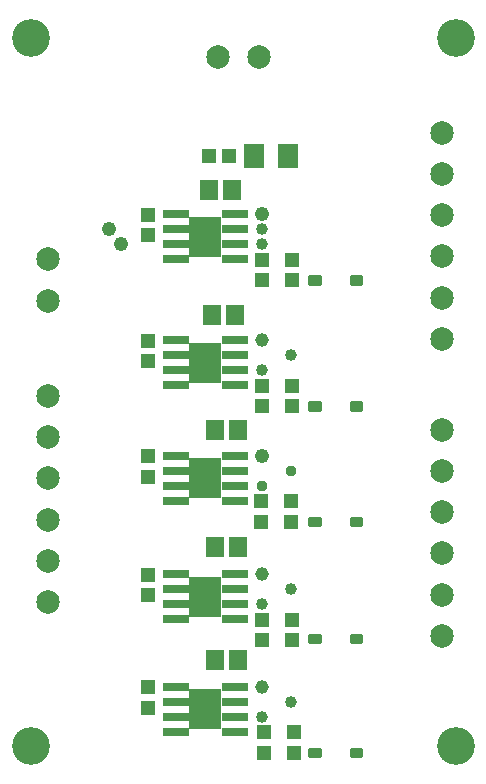
<source format=gbr>
G04 EAGLE Gerber RS-274X export*
G75*
%MOMM*%
%FSLAX34Y34*%
%LPD*%
%INSoldermask Top*%
%IPPOS*%
%AMOC8*
5,1,8,0,0,1.08239X$1,22.5*%
G01*
%ADD10C,3.203200*%
%ADD11R,1.203200X1.303200*%
%ADD12R,1.503200X1.703200*%
%ADD13R,2.171700X0.802300*%
%ADD14R,2.713200X3.403200*%
%ADD15R,1.303200X1.203200*%
%ADD16R,1.803200X2.006200*%
%ADD17C,1.993900*%
%ADD18C,0.332747*%
%ADD19C,1.209600*%
%ADD20C,1.009600*%
%ADD21C,0.959600*%
%ADD22C,1.159600*%


D10*
X50000Y650000D03*
X50000Y50000D03*
X410160Y650000D03*
X410160Y50000D03*
D11*
X246380Y461890D03*
X246380Y444890D03*
D12*
X206400Y123190D03*
X225400Y123190D03*
D11*
X246380Y355210D03*
X246380Y338210D03*
X245110Y257420D03*
X245110Y240420D03*
X246380Y157090D03*
X246380Y140090D03*
X247650Y61840D03*
X247650Y44840D03*
D12*
X201320Y520700D03*
X220320Y520700D03*
X203860Y415290D03*
X222860Y415290D03*
X206400Y317500D03*
X225400Y317500D03*
X206400Y218440D03*
X225400Y218440D03*
D13*
X222854Y462280D03*
X222854Y474980D03*
X222854Y487680D03*
X222854Y500380D03*
X173386Y500380D03*
X173386Y487680D03*
X173386Y474980D03*
X173386Y462280D03*
D14*
X198120Y481330D03*
D13*
X222854Y355600D03*
X222854Y368300D03*
X222854Y381000D03*
X222854Y393700D03*
X173386Y393700D03*
X173386Y381000D03*
X173386Y368300D03*
X173386Y355600D03*
D14*
X198120Y374650D03*
D13*
X222854Y257810D03*
X222854Y270510D03*
X222854Y283210D03*
X222854Y295910D03*
X173386Y295910D03*
X173386Y283210D03*
X173386Y270510D03*
X173386Y257810D03*
D14*
X198120Y276860D03*
D13*
X222854Y157480D03*
X222854Y170180D03*
X222854Y182880D03*
X222854Y195580D03*
X173386Y195580D03*
X173386Y182880D03*
X173386Y170180D03*
X173386Y157480D03*
D14*
X198120Y176530D03*
D13*
X222854Y62230D03*
X222854Y74930D03*
X222854Y87630D03*
X222854Y100330D03*
X173386Y100330D03*
X173386Y87630D03*
X173386Y74930D03*
X173386Y62230D03*
D14*
X198120Y81280D03*
D15*
X271780Y461890D03*
X271780Y444890D03*
X149860Y82940D03*
X149860Y99940D03*
X271780Y355210D03*
X271780Y338210D03*
X270510Y257420D03*
X270510Y240420D03*
X271780Y157090D03*
X271780Y140090D03*
X273050Y61840D03*
X273050Y44840D03*
X149860Y482990D03*
X149860Y499990D03*
X149860Y376310D03*
X149860Y393310D03*
X149860Y278520D03*
X149860Y295520D03*
X149860Y178190D03*
X149860Y195190D03*
D16*
X267930Y549910D03*
X239490Y549910D03*
D11*
X201050Y550200D03*
X218050Y550200D03*
D17*
X64770Y462280D03*
X64770Y427228D03*
X64770Y346710D03*
X64770Y311658D03*
X64770Y276860D03*
X64770Y241808D03*
X398780Y213360D03*
X398780Y248412D03*
X398780Y283210D03*
X398780Y318262D03*
X398780Y394970D03*
X398780Y430022D03*
X398780Y464820D03*
X398780Y499872D03*
X398780Y534670D03*
X398780Y569722D03*
X243840Y633440D03*
X208788Y633440D03*
X64770Y207010D03*
X64770Y171958D03*
X398780Y143510D03*
X398780Y178562D03*
D18*
X295413Y441897D02*
X287007Y441897D01*
X287007Y447103D01*
X295413Y447103D01*
X295413Y441897D01*
X295413Y445058D02*
X287007Y445058D01*
X321807Y441897D02*
X330213Y441897D01*
X321807Y441897D02*
X321807Y447103D01*
X330213Y447103D01*
X330213Y441897D01*
X330213Y445058D02*
X321807Y445058D01*
X295413Y335217D02*
X287007Y335217D01*
X287007Y340423D01*
X295413Y340423D01*
X295413Y335217D01*
X295413Y338378D02*
X287007Y338378D01*
X321807Y335217D02*
X330213Y335217D01*
X321807Y335217D02*
X321807Y340423D01*
X330213Y340423D01*
X330213Y335217D01*
X330213Y338378D02*
X321807Y338378D01*
X295413Y237427D02*
X287007Y237427D01*
X287007Y242633D01*
X295413Y242633D01*
X295413Y237427D01*
X295413Y240588D02*
X287007Y240588D01*
X321807Y237427D02*
X330213Y237427D01*
X321807Y237427D02*
X321807Y242633D01*
X330213Y242633D01*
X330213Y237427D01*
X330213Y240588D02*
X321807Y240588D01*
X295413Y138367D02*
X287007Y138367D01*
X287007Y143573D01*
X295413Y143573D01*
X295413Y138367D01*
X295413Y141528D02*
X287007Y141528D01*
X321807Y138367D02*
X330213Y138367D01*
X321807Y138367D02*
X321807Y143573D01*
X330213Y143573D01*
X330213Y138367D01*
X330213Y141528D02*
X321807Y141528D01*
X295413Y41847D02*
X287007Y41847D01*
X287007Y47053D01*
X295413Y47053D01*
X295413Y41847D01*
X295413Y45008D02*
X287007Y45008D01*
X321807Y41847D02*
X330213Y41847D01*
X321807Y41847D02*
X321807Y47053D01*
X330213Y47053D01*
X330213Y41847D01*
X330213Y45008D02*
X321807Y45008D01*
D19*
X246380Y500380D03*
D20*
X246380Y474980D03*
D19*
X127000Y474980D03*
D20*
X246380Y368300D03*
D21*
X246380Y270510D03*
D20*
X246380Y170180D03*
X246380Y74930D03*
D19*
X116840Y487680D03*
D20*
X246380Y487680D03*
X270510Y381000D03*
D21*
X270510Y283210D03*
D20*
X270510Y182880D03*
X270510Y87630D03*
D22*
X246380Y393700D03*
X246380Y100330D03*
D19*
X246380Y295910D03*
D22*
X246380Y195580D03*
M02*

</source>
